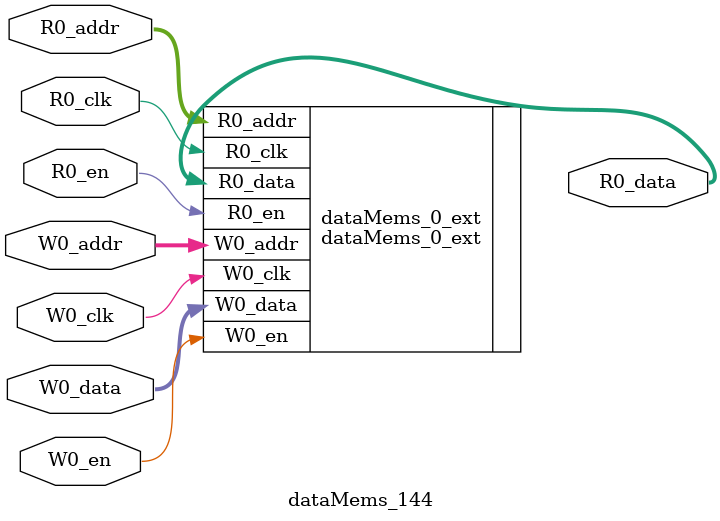
<source format=sv>
`ifndef RANDOMIZE
  `ifdef RANDOMIZE_REG_INIT
    `define RANDOMIZE
  `endif // RANDOMIZE_REG_INIT
`endif // not def RANDOMIZE
`ifndef RANDOMIZE
  `ifdef RANDOMIZE_MEM_INIT
    `define RANDOMIZE
  `endif // RANDOMIZE_MEM_INIT
`endif // not def RANDOMIZE

`ifndef RANDOM
  `define RANDOM $random
`endif // not def RANDOM

// Users can define 'PRINTF_COND' to add an extra gate to prints.
`ifndef PRINTF_COND_
  `ifdef PRINTF_COND
    `define PRINTF_COND_ (`PRINTF_COND)
  `else  // PRINTF_COND
    `define PRINTF_COND_ 1
  `endif // PRINTF_COND
`endif // not def PRINTF_COND_

// Users can define 'ASSERT_VERBOSE_COND' to add an extra gate to assert error printing.
`ifndef ASSERT_VERBOSE_COND_
  `ifdef ASSERT_VERBOSE_COND
    `define ASSERT_VERBOSE_COND_ (`ASSERT_VERBOSE_COND)
  `else  // ASSERT_VERBOSE_COND
    `define ASSERT_VERBOSE_COND_ 1
  `endif // ASSERT_VERBOSE_COND
`endif // not def ASSERT_VERBOSE_COND_

// Users can define 'STOP_COND' to add an extra gate to stop conditions.
`ifndef STOP_COND_
  `ifdef STOP_COND
    `define STOP_COND_ (`STOP_COND)
  `else  // STOP_COND
    `define STOP_COND_ 1
  `endif // STOP_COND
`endif // not def STOP_COND_

// Users can define INIT_RANDOM as general code that gets injected into the
// initializer block for modules with registers.
`ifndef INIT_RANDOM
  `define INIT_RANDOM
`endif // not def INIT_RANDOM

// If using random initialization, you can also define RANDOMIZE_DELAY to
// customize the delay used, otherwise 0.002 is used.
`ifndef RANDOMIZE_DELAY
  `define RANDOMIZE_DELAY 0.002
`endif // not def RANDOMIZE_DELAY

// Define INIT_RANDOM_PROLOG_ for use in our modules below.
`ifndef INIT_RANDOM_PROLOG_
  `ifdef RANDOMIZE
    `ifdef VERILATOR
      `define INIT_RANDOM_PROLOG_ `INIT_RANDOM
    `else  // VERILATOR
      `define INIT_RANDOM_PROLOG_ `INIT_RANDOM #`RANDOMIZE_DELAY begin end
    `endif // VERILATOR
  `else  // RANDOMIZE
    `define INIT_RANDOM_PROLOG_
  `endif // RANDOMIZE
`endif // not def INIT_RANDOM_PROLOG_

// Include register initializers in init blocks unless synthesis is set
`ifndef SYNTHESIS
  `ifndef ENABLE_INITIAL_REG_
    `define ENABLE_INITIAL_REG_
  `endif // not def ENABLE_INITIAL_REG_
`endif // not def SYNTHESIS

// Include rmemory initializers in init blocks unless synthesis is set
`ifndef SYNTHESIS
  `ifndef ENABLE_INITIAL_MEM_
    `define ENABLE_INITIAL_MEM_
  `endif // not def ENABLE_INITIAL_MEM_
`endif // not def SYNTHESIS

module dataMems_144(	// @[generators/ara/src/main/scala/UnsafeAXI4ToTL.scala:365:62]
  input  [4:0]  R0_addr,
  input         R0_en,
  input         R0_clk,
  output [66:0] R0_data,
  input  [4:0]  W0_addr,
  input         W0_en,
  input         W0_clk,
  input  [66:0] W0_data
);

  dataMems_0_ext dataMems_0_ext (	// @[generators/ara/src/main/scala/UnsafeAXI4ToTL.scala:365:62]
    .R0_addr (R0_addr),
    .R0_en   (R0_en),
    .R0_clk  (R0_clk),
    .R0_data (R0_data),
    .W0_addr (W0_addr),
    .W0_en   (W0_en),
    .W0_clk  (W0_clk),
    .W0_data (W0_data)
  );
endmodule


</source>
